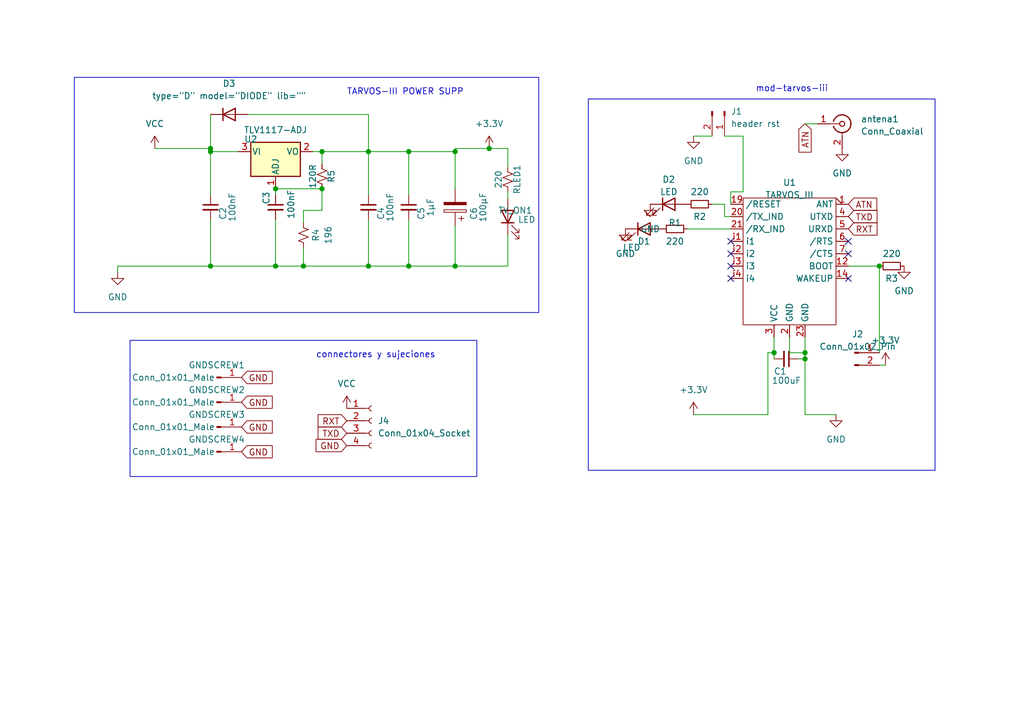
<source format=kicad_sch>
(kicad_sch (version 20230121) (generator eeschema)
  (paper "A5")
  (title_block (title "MOD-TARVOS-3"))
  (lib_symbols
    (symbol "Connector:Conn_01x01_Male" (pin_names (offset 1.016) hide)
      (property "Reference" "J" (at 0 2.54 0))
      (property "Value" "Conn_01x01_Male" (at 0 -2.54 0))
      (symbol "Conn_01x01_Male_1_1"
        (polyline (pts (xy 1.27 0) (xy 0.8636 0)) (stroke (width 0.1524)))
        (rectangle (start 0.8636 0.127) (end 0 -0.127) (stroke (width 0.1524)) (fill (type outline)))
        (pin passive line (at 5.08 0 180) (length 3.81) (name "Pin_1") (number "1"))
      )
    )
    (symbol "Connector:Conn_01x02_Pin" (pin_names (offset 1.016) hide)
      (property "Reference" "J" (at 0 2.54 0))
      (property "Value" "Conn_01x02_Pin" (at 0 -5.08 0))
      (symbol "Conn_01x02_Pin_1_1"
        (polyline (pts (xy 1.27 -2.54) (xy 0.8636 -2.54)) (stroke (width 0.1524)))
        (polyline (pts (xy 1.27 0) (xy 0.8636 0)) (stroke (width 0.1524)))
        (rectangle (start 0.8636 -2.413) (end 0 -2.667) (stroke (width 0.1524)) (fill (type outline)))
        (rectangle (start 0.8636 0.127) (end 0 -0.127) (stroke (width 0.1524)) (fill (type outline)))
        (pin passive line (at 5.08 0 180) (length 3.81) (name "Pin_1") (number "1"))
        (pin passive line (at 5.08 -2.54 180) (length 3.81) (name "Pin_2") (number "2"))
      )
    )
    (symbol "Connector:Conn_01x04_Socket" (pin_names (offset 1.016) hide)
      (property "Reference" "J" (at 0 5.08 0))
      (property "Value" "Conn_01x04_Socket" (at 0 -7.62 0))
      (symbol "Conn_01x04_Socket_1_1"
        (arc (start 0 -4.572) (mid -0.5058 -5.08) (end 0 -5.588) (stroke (width 0.1524)))
        (arc (start 0 -2.032) (mid -0.5058 -2.54) (end 0 -3.048) (stroke (width 0.1524)))
        (polyline (pts (xy -1.27 -5.08) (xy -0.508 -5.08)) (stroke (width 0.1524)))
        (polyline (pts (xy -1.27 -2.54) (xy -0.508 -2.54)) (stroke (width 0.1524)))
        (polyline (pts (xy -1.27 0) (xy -0.508 0)) (stroke (width 0.1524)))
        (polyline (pts (xy -1.27 2.54) (xy -0.508 2.54)) (stroke (width 0.1524)))
        (arc (start 0 0.508) (mid -0.5058 0) (end 0 -0.508) (stroke (width 0.1524)))
        (arc (start 0 3.048) (mid -0.5058 2.54) (end 0 2.032) (stroke (width 0.1524)))
        (pin passive line (at -5.08 2.54 0) (length 3.81) (name "Pin_1") (number "1"))
        (pin passive line (at -5.08 0 0) (length 3.81) (name "Pin_2") (number "2"))
        (pin passive line (at -5.08 -2.54 0) (length 3.81) (name "Pin_3") (number "3"))
        (pin passive line (at -5.08 -5.08 0) (length 3.81) (name "Pin_4") (number "4"))
      )
    )
    (symbol "Connector:Conn_Coaxial" (pin_names (offset 1.016) hide)
      (property "Reference" "J" (at 0.254 3.048 0))
      (property "Value" "Conn_Coaxial" (at 2.921 0 90))
      (symbol "Conn_Coaxial_0_1"
        (arc (start -1.778 -0.508) (mid 0.2311 -1.8066) (end 1.778 0) (stroke (width 0.254)))
        (polyline (pts (xy -2.54 0) (xy -0.508 0)))
        (polyline (pts (xy 0 -2.54) (xy 0 -1.778)))
        (circle (center 0 0) (radius 0.508) (stroke (width 0.2032)))
        (arc (start 1.778 0) (mid 0.2099 1.8101) (end -1.778 0.508) (stroke (width 0.254)))
      )
      (symbol "Conn_Coaxial_1_1"
        (pin passive line (at -5.08 0 0) (length 2.54) (name "In") (number "1"))
        (pin passive line (at 0 -5.08 90) (length 2.54) (name "Ext") (number "2"))
      )
    )
    (symbol "Device:C_Polarized" (pin_numbers hide) (pin_names (offset 0.254))
      (property "Reference" "C" (at 0.635 2.54 0))
      (property "Value" "C_Polarized" (at 0.635 -2.54 0))
      (symbol "C_Polarized_0_1"
        (rectangle (start -2.286 0.508) (end 2.286 1.016))
        (polyline (pts (xy -1.778 2.286) (xy -0.762 2.286)))
        (polyline (pts (xy -1.27 2.794) (xy -1.27 1.778)))
        (rectangle (start 2.286 -0.508) (end -2.286 -1.016) (fill (type outline)))
      )
      (symbol "C_Polarized_1_1"
        (pin passive line (at 0 3.81 270) (length 2.794) (name "~") (number "1"))
        (pin passive line (at 0 -3.81 90) (length 2.794) (name "~") (number "2"))
      )
    )
    (symbol "Device:C_Small" (pin_numbers hide) (pin_names (offset 0.254) hide)
      (property "Reference" "C" (at 0.254 1.778 0))
      (property "Value" "C_Small" (at 0.254 -2.032 0))
      (symbol "C_Small_0_1"
        (polyline (pts (xy -1.524 -0.508) (xy 1.524 -0.508)) (stroke (width 0.3302)))
        (polyline (pts (xy -1.524 0.508) (xy 1.524 0.508)) (stroke (width 0.3048)))
      )
      (symbol "C_Small_1_1"
        (pin passive line (at 0 2.54 270) (length 2.032) (name "~") (number "1"))
        (pin passive line (at 0 -2.54 90) (length 2.032) (name "~") (number "2"))
      )
    )
    (symbol "Device:LED" (pin_numbers hide) (pin_names (offset 1.016) hide)
      (property "Reference" "D" (at 0 2.54 0))
      (property "Value" "LED" (at 0 -2.54 0))
      (symbol "LED_0_1"
        (polyline (pts (xy -1.27 -1.27) (xy -1.27 1.27)) (stroke (width 0.254)))
        (polyline (pts (xy -1.27 0) (xy 1.27 0)))
        (polyline (pts (xy 1.27 -1.27) (xy 1.27 1.27) (xy -1.27 0) (xy 1.27 -1.27)) (stroke (width 0.254)))
        (polyline (pts (xy -3.048 -0.762) (xy -4.572 -2.286) (xy -3.81 -2.286) (xy -4.572 -2.286) (xy -4.572 -1.524)))
        (polyline (pts (xy -1.778 -0.762) (xy -3.302 -2.286) (xy -2.54 -2.286) (xy -3.302 -2.286) (xy -3.302 -1.524)))
      )
      (symbol "LED_1_1"
        (pin passive line (at -3.81 0 0) (length 2.54) (name "K") (number "1"))
        (pin passive line (at 3.81 0 180) (length 2.54) (name "A") (number "2"))
      )
    )
    (symbol "Device:R_Small" (pin_numbers hide) (pin_names (offset 0.254) hide)
      (property "Reference" "R" (at 0.762 0.508 0))
      (property "Value" "R_Small" (at 0.762 -1.016 0))
      (symbol "R_Small_0_1"
        (rectangle (start -0.762 1.778) (end 0.762 -1.778) (stroke (width 0.2032)))
      )
      (symbol "R_Small_1_1"
        (pin passive line (at 0 2.54 270) (length 0.762) (name "~") (number "1"))
        (pin passive line (at 0 -2.54 90) (length 0.762) (name "~") (number "2"))
      )
    )
    (symbol "Device:R_Small_US" (pin_numbers hide) (pin_names (offset 0.254) hide)
      (property "Reference" "R" (at 0.762 0.508 0))
      (property "Value" "R_Small_US" (at 0.762 -1.016 0))
      (symbol "R_Small_US_1_1"
        (polyline (pts (xy 0 0) (xy 1.016 -0.381) (xy 0 -0.762) (xy -1.016 -1.143) (xy 0 -1.524)))
        (polyline (pts (xy 0 1.524) (xy 1.016 1.143) (xy 0 0.762) (xy -1.016 0.381) (xy 0 0)))
        (pin passive line (at 0 2.54 270) (length 1.016) (name "~") (number "1"))
        (pin passive line (at 0 -2.54 90) (length 1.016) (name "~") (number "2"))
      )
    )
    (symbol "Regulator_Linear:TLV1117-ADJ" (pin_names (offset 0.254))
      (property "Reference" "U" (at -3.81 3.175 0))
      (property "Value" "TLV1117-ADJ" (at 0 3.175 0))
      (symbol "TLV1117-ADJ_0_1"
        (rectangle (start -5.08 -5.08) (end 5.08 1.905) (stroke (width 0.254)) (fill (type background)))
      )
      (symbol "TLV1117-ADJ_1_1"
        (pin input line (at 0 -7.62 90) (length 2.54) (name "ADJ") (number "1"))
        (pin power_out line (at 7.62 0 180) (length 2.54) (name "VO") (number "2"))
        (pin power_in line (at -7.62 0 0) (length 2.54) (name "VI") (number "3"))
      )
    )
    (symbol "Simulation_SPICE:DIODE" (pin_numbers hide) (pin_names (offset 1.016) hide)
      (property "Reference" "D" (at 0 2.54 0))
      (property "Value" "DIODE" (at 0 -2.54 0))
      (symbol "DIODE_0_1"
        (polyline (pts (xy 1.27 0) (xy -1.27 0)))
        (polyline (pts (xy 1.27 1.27) (xy 1.27 -1.27)) (stroke (width 0.254)))
        (polyline (pts (xy -1.27 -1.27) (xy -1.27 1.27) (xy 1.27 0) (xy -1.27 -1.27)) (stroke (width 0.254)))
      )
      (symbol "DIODE_1_1"
        (pin passive line (at -3.81 0 0) (length 2.54) (name "A") (number "1"))
        (pin passive line (at 3.81 0 180) (length 2.54) (name "K") (number "2"))
      )
    )
    (symbol "power:+3.3V" (power) (pin_names (offset 0))
      (property "Value" "+3.3V" (at 0 3.556 0))
      (symbol "+3.3V_0_1"
        (polyline (pts (xy -0.762 1.27) (xy 0 2.54)))
        (polyline (pts (xy 0 0) (xy 0 2.54)))
        (polyline (pts (xy 0 2.54) (xy 0.762 1.27)))
      )
      (symbol "+3.3V_1_1"
        (pin power_in line (at 0 0 90) (length 0) hide (name "+3.3V") (number "1"))
      )
    )
    (symbol "power:GND" (power) (pin_names (offset 0))
      (property "Value" "GND" (at 0 -3.81 0))
      (symbol "GND_0_1"
        (polyline (pts (xy 0 0) (xy 0 -1.27) (xy 1.27 -1.27) (xy 0 -2.54) (xy -1.27 -1.27) (xy 0 -1.27)))
      )
      (symbol "GND_1_1"
        (pin power_in line (at 0 0 270) (length 0) hide (name "GND") (number "1"))
      )
    )
    (symbol "power:VCC" (power) (pin_names (offset 0))
      (property "Value" "VCC" (at 0 3.81 0))
      (symbol "VCC_0_1"
        (polyline (pts (xy -0.762 1.27) (xy 0 2.54)))
        (polyline (pts (xy 0 0) (xy 0 2.54)))
        (polyline (pts (xy 0 2.54) (xy 0.762 1.27)))
      )
      (symbol "VCC_1_1"
        (pin power_in line (at 0 0 90) (length 0) hide (name "VCC") (number "1"))
      )
    )
    (symbol "tarvos-iii:TARVOS_III"
      (property "Reference" "U3" (at 0.635 14.605 0))
      (property "Value" "TARVOS_III" (at 0.635 12.065 0))
      (symbol "TARVOS_III_0_1"
        (rectangle (start -8.89 11.43) (end 10.16 -14.605))
      )
      (symbol "TARVOS_III_1_1"
        (pin output output_low (at 12.7 10.16 180) (length 2.54) (name "ANT") (number "1"))
        (pin input line (at 12.7 -2.54 180) (length 2.54) (name "BOOT") (number "12"))
        (pin input line (at 12.7 -5.08 180) (length 2.54) (name "WAKEUP") (number "14"))
        (pin input line (at -11.43 10.16 0) (length 2.54) (name "/RESET") (number "19"))
        (pin power_in line (at 0.635 -17.145 90) (length 2.54) (name "GND") (number "2"))
        (pin output line (at -11.43 7.62 0) (length 2.54) (name "/TX_IND") (number "20"))
        (pin output line (at -11.43 5.08 0) (length 2.54) (name "/RX_IND") (number "21"))
        (pin power_in line (at 3.81 -17.145 90) (length 2.54) (name "GND") (number "23"))
        (pin power_in line (at -2.54 -17.145 90) (length 2.54) (name "VCC") (number "3"))
        (pin bidirectional line (at 12.7 7.62 180) (length 2.54) (name "UTXD") (number "4"))
        (pin bidirectional line (at 12.7 5.08 180) (length 2.54) (name "URXD") (number "5"))
        (pin bidirectional line (at 12.7 2.54 180) (length 2.54) (name "/RTS") (number "6"))
        (pin bidirectional line (at 12.7 0 180) (length 2.54) (name "/CTS") (number "7"))
        (pin bidirectional line (at -11.43 2.54 0) (length 2.54) (name "i1") (number "i1"))
        (pin bidirectional line (at -11.43 0 0) (length 2.54) (name "i2") (number "i2"))
        (pin bidirectional line (at -11.43 -2.54 0) (length 2.54) (name "i3") (number "i3"))
        (pin bidirectional line (at -11.43 -5.08 0) (length 2.54) (name "i4") (number "i4"))
      )
    )
  )
  (junction (at 165.1 73.66))
  (junction (at 75.565 31.115))
  (junction (at 43.18 54.61))
  (junction (at 56.515 54.61))
  (junction (at 62.23 54.61))
  (junction (at 165.1 72.39))
  (junction (at 100.33 30.48))
  (junction (at 93.345 31.115))
  (junction (at 83.82 54.61))
  (junction (at 158.75 72.39))
  (junction (at 56.515 38.735))
  (junction (at 43.18 30.48))
  (junction (at 66.04 38.735))
  (junction (at 83.82 31.115))
  (junction (at 43.18 31.115))
  (junction (at 180.34 54.61))
  (junction (at 66.04 31.115))
  (junction (at 75.565 54.61))
  (junction (at 93.345 54.61))
  (no_connect (at 149.86 54.61))
  (no_connect (at 173.99 52.07))
  (no_connect (at 149.86 49.53))
  (no_connect (at 173.99 49.53))
  (no_connect (at 149.86 57.15))
  (no_connect (at 149.86 52.07))
  (no_connect (at 173.99 57.15))
  (wire (pts (xy 104.14 48.26) (xy 104.14 54.61)))
  (wire (pts (xy 43.18 30.48) (xy 43.18 23.495)))
  (wire (pts (xy 149.86 39.37) (xy 149.86 41.91)))
  (wire (pts (xy 158.75 69.215) (xy 158.75 72.39)))
  (wire (pts (xy 181.61 74.93) (xy 180.34 74.93)))
  (wire (pts (xy 75.565 31.115) (xy 75.565 23.495)))
  (wire (pts (xy 64.135 31.115) (xy 66.04 31.115)))
  (wire (pts (xy 163.83 73.66) (xy 165.1 73.66)))
  (wire (pts (xy 93.345 30.48) (xy 93.345 31.115)))
  (wire (pts (xy 152.4 39.37) (xy 149.86 39.37)))
  (wire (pts (xy 140.97 46.99) (xy 149.86 46.99)))
  (wire (pts (xy 31.75 30.48) (xy 43.18 30.48)))
  (wire (pts (xy 83.82 45.085) (xy 83.82 54.61)))
  (wire (pts (xy 93.345 46.355) (xy 93.345 54.61)))
  (wire (pts (xy 43.18 45.085) (xy 43.18 54.61)))
  (wire (pts (xy 43.18 54.61) (xy 56.515 54.61)))
  (wire (pts (xy 157.48 72.39) (xy 158.75 72.39)))
  (wire (pts (xy 165.1 73.66) (xy 165.1 72.39)))
  (wire (pts (xy 142.24 27.94) (xy 146.05 27.94)))
  (wire (pts (xy 66.04 38.735) (xy 66.04 43.18)))
  (wire (pts (xy 83.82 31.115) (xy 93.345 31.115)))
  (wire (pts (xy 157.48 85.09) (xy 157.48 72.39)))
  (wire (pts (xy 75.565 54.61) (xy 83.82 54.61)))
  (wire (pts (xy 161.925 72.39) (xy 161.925 69.215)))
  (wire (pts (xy 146.05 41.91) (xy 148.59 41.91)))
  (wire (pts (xy 56.515 54.61) (xy 56.515 45.085)))
  (wire (pts (xy 171.45 85.09) (xy 165.1 85.09)))
  (wire (pts (xy 165.1 73.66) (xy 165.1 85.09)))
  (wire (pts (xy 165.1 72.39) (xy 161.925 72.39)))
  (wire (pts (xy 56.515 38.735) (xy 66.04 38.735)))
  (wire (pts (xy 83.82 31.115) (xy 75.565 31.115)))
  (wire (pts (xy 142.24 85.09) (xy 157.48 85.09)))
  (wire (pts (xy 43.18 31.115) (xy 43.18 30.48)))
  (wire (pts (xy 83.82 40.005) (xy 83.82 31.115)))
  (wire (pts (xy 165.1 25.4) (xy 167.64 25.4)))
  (wire (pts (xy 43.18 31.115) (xy 48.895 31.115)))
  (wire (pts (xy 104.14 30.48) (xy 104.14 34.29)))
  (wire (pts (xy 158.75 72.39) (xy 158.75 73.66)))
  (wire (pts (xy 93.345 54.61) (xy 83.82 54.61)))
  (wire (pts (xy 148.59 41.91) (xy 148.59 44.45)))
  (wire (pts (xy 152.4 27.94) (xy 152.4 39.37)))
  (wire (pts (xy 43.18 40.005) (xy 43.18 31.115)))
  (wire (pts (xy 104.14 40.64) (xy 104.14 39.37)))
  (wire (pts (xy 24.13 54.61) (xy 43.18 54.61)))
  (wire (pts (xy 93.345 30.48) (xy 100.33 30.48)))
  (wire (pts (xy 93.345 54.61) (xy 104.14 54.61)))
  (wire (pts (xy 62.23 45.72) (xy 62.23 43.18)))
  (wire (pts (xy 66.04 33.655) (xy 66.04 31.115)))
  (wire (pts (xy 173.99 54.61) (xy 180.34 54.61)))
  (wire (pts (xy 93.345 38.735) (xy 93.345 31.115)))
  (wire (pts (xy 75.565 45.085) (xy 75.565 54.61)))
  (wire (pts (xy 148.59 44.45) (xy 149.86 44.45)))
  (wire (pts (xy 62.23 43.18) (xy 66.04 43.18)))
  (wire (pts (xy 66.04 31.115) (xy 75.565 31.115)))
  (wire (pts (xy 148.59 27.94) (xy 152.4 27.94)))
  (wire (pts (xy 180.34 54.61) (xy 180.34 72.39)))
  (wire (pts (xy 62.23 54.61) (xy 75.565 54.61)))
  (wire (pts (xy 56.515 54.61) (xy 62.23 54.61)))
  (wire (pts (xy 24.13 54.61) (xy 24.13 55.88)))
  (wire (pts (xy 75.565 40.005) (xy 75.565 31.115)))
  (wire (pts (xy 165.1 72.39) (xy 165.1 69.215)))
  (wire (pts (xy 100.33 30.48) (xy 104.14 30.48)))
  (wire (pts (xy 56.515 40.005) (xy 56.515 38.735)))
  (wire (pts (xy 75.565 23.495) (xy 50.8 23.495)))
  (wire (pts (xy 62.23 50.8) (xy 62.23 54.61)))
  (rectangle (start 26.67 69.85) (end 97.79 97.79))
  (rectangle (start 15.24 15.875) (end 110.49 64.135))
  (rectangle (start 120.65 20.32) (end 191.77 96.52))
  (text "TARVOS-III POWER SUPP\n" (at 71.12 19.685 0) (effects (font (size 1.27 1.27)) (justify left bottom)))
  (text "connectores y sujeciones" (at 64.77 73.66 0) (effects (font (size 1.27 1.27)) (justify left bottom)))
  (text "mod-tarvos-iii" (at 154.94 19.05 0) (effects (font (size 1.27 1.27)) (justify left bottom)))
  (global_label "ATN" (shape input) (at 173.99 41.91 0) (property "Intersheetrefs" "${INTERSHEET_REFS}" (effects hide)))
  (global_label "GND" (shape input) (at 49.53 92.71 0) (property "Intersheetrefs" "${INTERSHEET_REFS}" (effects hide)))
  (global_label "GND" (shape input) (at 49.53 82.55 0) (property "Intersheetrefs" "${INTERSHEET_REFS}" (effects hide)))
  (global_label "RXT" (shape input) (at 173.99 46.99 0) (property "Intersheetrefs" "${INTERSHEET_REFS}" (effects hide)))
  (global_label "ATN" (shape input) (at 165.1 25.4 270) (property "Intersheetrefs" "${INTERSHEET_REFS}" (effects hide)))
  (global_label "TXD" (shape input) (at 71.12 88.9 180) (property "Intersheetrefs" "${INTERSHEET_REFS}" (effects hide)))
  (global_label "GND" (shape input) (at 49.53 77.47 0) (property "Intersheetrefs" "${INTERSHEET_REFS}" (effects hide)))
  (global_label "TXD" (shape input) (at 173.99 44.45 0) (property "Intersheetrefs" "${INTERSHEET_REFS}" (effects hide)))
  (global_label "GND" (shape input) (at 49.53 87.63 0) (property "Intersheetrefs" "${INTERSHEET_REFS}" (effects hide)))
  (global_label "RXT" (shape input) (at 71.12 86.36 180) (property "Intersheetrefs" "${INTERSHEET_REFS}" (effects hide)))
  (global_label "GND" (shape input) (at 71.12 91.44 180) (property "Intersheetrefs" "${INTERSHEET_REFS}" (effects hide)) (property "Referencias entre hojas" "${INTERSHEET_REFS}" (effects hide)))
  (symbol (lib_id "Connector:Conn_01x01_Male") (at 44.45 87.63 0) (unit 1)
    (property "Reference" "GNDSCREW3" (at 44.45 85.09 0))
    (property "Value" "Conn_01x01_Male" (at 35.56 87.63 0))
    (property "Footprint" "MountingHole:MountingHole_2.2mm_M2_Pad_Via" (effects hide))
  )
  (symbol (lib_id "Simulation_SPICE:DIODE") (at 46.99 23.495 180) (unit 1)
    (property "Reference" "D3" (at 46.99 17.145 0))
    (property "Value" "${SIM.PARAMS}" (at 46.99 19.685 0))
    (property "Footprint" "Diode_SMD:D_0805_2012Metric" (effects hide))
    (property "Sim.Device" "SPICE" (effects hide))
    (property "Sim.Params" "type=\"D\" model=\"DIODE\" lib=\"\"" (effects hide))
    (property "Sim.Pins" "1=1 2=2" (effects hide))
  )
  (symbol (lib_id "power:+3.3V") (at 142.24 85.09 0) (unit 1)
    (property "Reference" "#PWR011" (effects hide))
    (property "Value" "+3.3V" (at 142.24 80.01 0))
  )
  (symbol (lib_id "power:+3.3V") (at 100.33 30.48 0) (unit 1)
    (property "Reference" "#PWR03" (effects hide))
    (property "Value" "+3.3V" (at 100.33 25.4 0))
  )
  (symbol (lib_id "Device:R_Small") (at 143.51 41.91 90) (unit 1)
    (property "Reference" "R2" (at 143.51 44.45 90))
    (property "Value" "220" (at 143.51 39.37 90))
    (property "Footprint" "Resistor_SMD:R_0805_2012Metric_Pad1.20x1.40mm_HandSolder" (effects hide))
  )
  (symbol (lib_id "Device:C_Small") (at 161.29 73.66 270) (unit 1)
    (property "Reference" "C1" (at 160.02 76.2 90))
    (property "Value" "100uF" (at 161.29 78.105 90))
    (property "Footprint" "Capacitor_SMD:C_0805_2012Metric_Pad1.18x1.45mm_HandSolder" (effects hide))
  )
  (symbol (lib_id "power:+3.3V") (at 181.61 74.93 0) (unit 1)
    (property "Reference" "#PWR012" (effects hide))
    (property "Value" "+3.3V" (at 181.61 69.85 0))
  )
  (symbol (lib_id "Regulator_Linear:TLV1117-ADJ") (at 56.515 31.115 0) (unit 1)
    (property "Reference" "U2" (at 51.435 28.575 0))
    (property "Value" "TLV1117-ADJ" (at 56.515 26.67 0))
    (property "Footprint" "Package_TO_SOT_SMD:SOT-223" (effects hide))
    (property "Datasheet" "http://www.ti.com/lit/ds/symlink/tlv1117.pdf" (effects hide))
  )
  (symbol (lib_id "Connector:Conn_01x02_Pin") (at 148.59 22.86 270) (unit 1)
    (property "Reference" "J1" (at 149.86 22.86 90) (effects (justify left)))
    (property "Value" "header rst" (at 149.86 25.4 90) (effects (justify left)))
    (property "Footprint" "Connector_PinHeader_2.54mm:PinHeader_1x02_P2.54mm_Vertical" (effects hide))
  )
  (symbol (lib_id "power:GND") (at 133.35 41.91 0) (unit 1)
    (property "Reference" "#PWR08" (effects hide))
    (property "Value" "GND" (at 133.35 46.99 0))
  )
  (symbol (lib_id "power:GND") (at 185.42 54.61 0) (unit 1)
    (property "Reference" "#PWR06" (effects hide))
    (property "Value" "GND" (at 185.42 59.69 0))
  )
  (symbol (lib_id "Connector:Conn_01x02_Pin") (at 175.26 72.39 0) (unit 1)
    (property "Reference" "J2" (at 175.895 68.58 0))
    (property "Value" "Conn_01x02_Pin" (at 175.895 71.12 0))
    (property "Footprint" "Connector_PinHeader_2.54mm:PinHeader_1x02_P2.54mm_Vertical" (effects hide))
  )
  (symbol (lib_id "power:GND") (at 24.13 55.88 0) (unit 1)
    (property "Reference" "#PWR02" (effects hide))
    (property "Value" "GND" (at 24.13 60.96 0))
  )
  (symbol (lib_id "Device:C_Polarized") (at 93.345 42.545 180) (unit 1)
    (property "Reference" "C6" (at 97.155 43.815 90))
    (property "Value" "100μF" (at 99.06 42.545 90))
    (property "Footprint" "Capacitor_Tantalum_SMD:CP_EIA-2012-12_Kemet-R" (effects hide))
  )
  (symbol (lib_id "tarvos-iii:TARVOS_III") (at 161.29 52.07 0) (unit 1)
    (property "Reference" "U1" (at 161.925 37.465 0))
    (property "Value" "TARVOS_III" (at 161.925 40.005 0))
    (property "Footprint" "space:tarvos-iii" (effects hide))
  )
  (symbol (lib_id "Device:LED") (at 132.08 46.99 0) (unit 1)
    (property "Reference" "D1" (at 132.08 49.53 0))
    (property "Value" "LED" (at 129.54 50.8 0))
    (property "Footprint" "LED_SMD:LED_0805_2012Metric" (effects hide))
  )
  (symbol (lib_id "Device:R_Small_US") (at 62.23 48.26 180) (unit 1)
    (property "Reference" "R4" (at 64.77 48.26 90))
    (property "Value" "196" (at 67.31 48.26 90))
    (property "Footprint" "Resistor_SMD:R_0805_2012Metric_Pad1.20x1.40mm_HandSolder" (effects hide))
  )
  (symbol (lib_id "power:GND") (at 128.27 46.99 0) (unit 1)
    (property "Reference" "#PWR09" (effects hide))
    (property "Value" "GND" (at 128.27 52.07 0))
  )
  (symbol (lib_id "Device:R_Small") (at 138.43 46.99 90) (unit 1)
    (property "Reference" "R1" (at 138.43 45.72 90))
    (property "Value" "220" (at 138.43 49.53 90))
    (property "Footprint" "Resistor_SMD:R_0805_2012Metric_Pad1.20x1.40mm_HandSolder" (effects hide))
  )
  (symbol (lib_id "Device:C_Small") (at 83.82 42.545 0) (unit 1)
    (property "Reference" "C5" (at 86.36 43.815 90))
    (property "Value" "1μF" (at 88.265 42.545 90))
    (property "Footprint" "Capacitor_SMD:C_0805_2012Metric_Pad1.18x1.45mm_HandSolder" (effects hide))
  )
  (symbol (lib_id "power:VCC") (at 31.75 30.48 0) (unit 1)
    (property "Reference" "#PWR01" (effects hide))
    (property "Value" "VCC" (at 31.75 25.4 0))
  )
  (symbol (lib_id "Device:LED") (at 104.14 44.45 90) (unit 1)
    (property "Reference" "TV_ON1" (at 109.22 43.18 90) (effects (justify left)))
    (property "Value" "LED" (at 109.855 45.085 90) (effects (justify left)))
    (property "Footprint" "LED_SMD:LED_0805_2012Metric" (effects hide))
  )
  (symbol (lib_id "Device:R_Small_US") (at 66.04 36.195 180) (unit 1)
    (property "Reference" "R5" (at 67.945 36.195 90))
    (property "Value" "120R" (at 64.135 36.195 90))
    (property "Footprint" "Resistor_SMD:R_0805_2012Metric_Pad1.20x1.40mm_HandSolder" (effects hide))
  )
  (symbol (lib_id "Connector:Conn_01x01_Male") (at 44.45 82.55 0) (unit 1)
    (property "Reference" "GNDSCREW2" (at 44.45 80.01 0))
    (property "Value" "Conn_01x01_Male" (at 35.56 82.55 0))
    (property "Footprint" "MountingHole:MountingHole_2.2mm_M2_Pad_Via" (effects hide))
  )
  (symbol (lib_id "Connector:Conn_01x01_Male") (at 44.45 92.71 0) (unit 1)
    (property "Reference" "GNDSCREW4" (at 44.45 90.17 0))
    (property "Value" "Conn_01x01_Male" (at 35.56 92.71 0))
    (property "Footprint" "MountingHole:MountingHole_2.2mm_M2_Pad_Via" (effects hide))
  )
  (symbol (lib_id "Device:C_Small") (at 75.565 42.545 0) (unit 1)
    (property "Reference" "C4" (at 78.105 43.815 90))
    (property "Value" "100nF" (at 80.01 42.545 90))
    (property "Footprint" "Capacitor_SMD:C_0805_2012Metric_Pad1.18x1.45mm_HandSolder" (effects hide))
  )
  (symbol (lib_id "Device:R_Small_US") (at 104.14 36.83 180) (unit 1)
    (property "Reference" "RLED1" (at 106.045 36.83 90))
    (property "Value" "220" (at 102.235 36.83 90))
    (property "Footprint" "Resistor_SMD:R_0805_2012Metric_Pad1.20x1.40mm_HandSolder" (effects hide))
  )
  (symbol (lib_id "Device:C_Small") (at 56.515 42.545 0) (unit 1)
    (property "Reference" "C3" (at 54.61 40.64 90))
    (property "Value" "100nF" (at 59.69 41.91 90))
    (property "Footprint" "Capacitor_SMD:C_0805_2012Metric_Pad1.18x1.45mm_HandSolder" (effects hide))
  )
  (symbol (lib_id "power:GND") (at 171.45 85.09 0) (unit 1)
    (property "Reference" "#PWR07" (effects hide))
    (property "Value" "GND" (at 171.45 90.17 0))
  )
  (symbol (lib_id "Connector:Conn_01x04_Socket") (at 76.2 86.36 0) (unit 1)
    (property "Reference" "J4" (at 77.47 86.36 0) (effects (justify left)))
    (property "Value" "Conn_01x04_Socket" (at 77.47 88.9 0) (effects (justify left)))
    (property "Footprint" "Connector_JST:JST_EH_S4B-EH_1x04_P2.50mm_Horizontal" (effects hide))
  )
  (symbol (lib_id "power:GND") (at 172.72 30.48 0) (unit 1)
    (property "Reference" "#PWR05" (effects hide))
    (property "Value" "GND" (at 172.72 35.56 0))
  )
  (symbol (lib_id "power:VCC") (at 71.12 83.82 0) (unit 1)
    (property "Reference" "#PWR04" (effects hide))
    (property "Value" "VCC" (at 71.12 78.74 0))
  )
  (symbol (lib_id "Device:LED") (at 137.16 41.91 0) (unit 1)
    (property "Reference" "D2" (at 137.16 36.83 0))
    (property "Value" "LED" (at 137.16 39.37 0))
    (property "Footprint" "LED_SMD:LED_0805_2012Metric" (effects hide))
  )
  (symbol (lib_id "Device:R_Small") (at 182.88 54.61 90) (unit 1)
    (property "Reference" "R3" (at 182.88 57.15 90))
    (property "Value" "220" (at 182.88 52.07 90))
    (property "Footprint" "Resistor_SMD:R_0805_2012Metric_Pad1.20x1.40mm_HandSolder" (effects hide))
  )
  (symbol (lib_id "power:GND") (at 142.24 27.94 0) (unit 1)
    (property "Reference" "#PWR010" (effects hide))
    (property "Value" "GND" (at 142.24 33.02 0))
  )
  (symbol (lib_id "Connector:Conn_Coaxial") (at 172.72 25.4 0) (unit 1)
    (property "Reference" "antena1" (at 176.53 24.4232 0) (effects (justify left)))
    (property "Value" "Conn_Coaxial" (at 176.53 26.9632 0) (effects (justify left)))
    (property "Footprint" "Connector_Coaxial:SMA_Wurth_60312002114503_Vertical" (effects hide))
    (property "Datasheet" " ~" (effects hide))
  )
  (symbol (lib_id "Connector:Conn_01x01_Male") (at 44.45 77.47 0) (unit 1)
    (property "Reference" "GNDSCREW1" (at 44.45 74.93 0))
    (property "Value" "Conn_01x01_Male" (at 35.56 77.47 0))
    (property "Footprint" "MountingHole:MountingHole_2.2mm_M2_Pad_Via" (effects hide))
  )
  (symbol (lib_id "Device:C_Small") (at 43.18 42.545 0) (unit 1)
    (property "Reference" "C2" (at 45.72 43.815 90))
    (property "Value" "100nF" (at 47.625 42.545 90))
    (property "Footprint" "Capacitor_SMD:C_0805_2012Metric_Pad1.18x1.45mm_HandSolder" (effects hide))
  )
)
</source>
